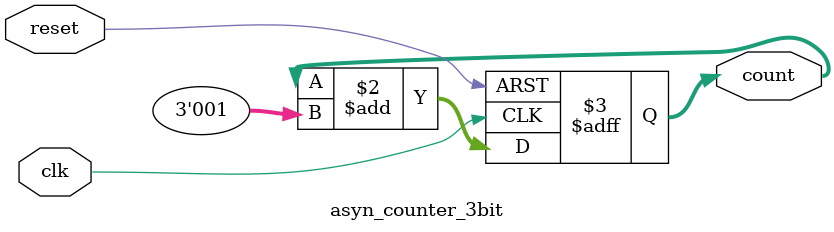
<source format=v>
module asyn_counter_3bit(
  input clk,
  input reset,
  output reg[2:0]count
);
  always@(posedge clk or posedge reset) begin
    if(reset)begin
      count <= 3'b000;
    end else begin
      count <= count + 3'b001;
    end
  end
endmodule

</source>
